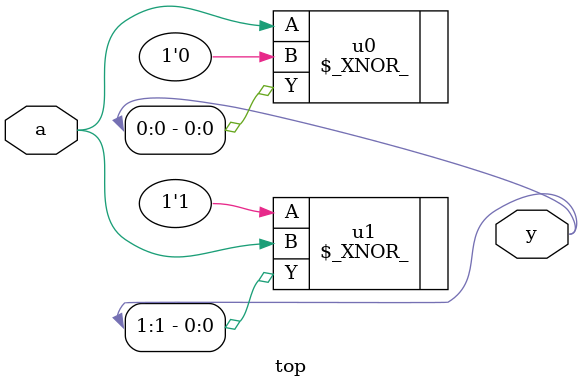
<source format=v>
module top(input a, output [1:0] y);
\$_XNOR_ u0(.A(a), .B(1'b0), .Y(y[0]));
\$_XNOR_ u1(.A(1'b1), .B(a), .Y(y[1]));
endmodule

</source>
